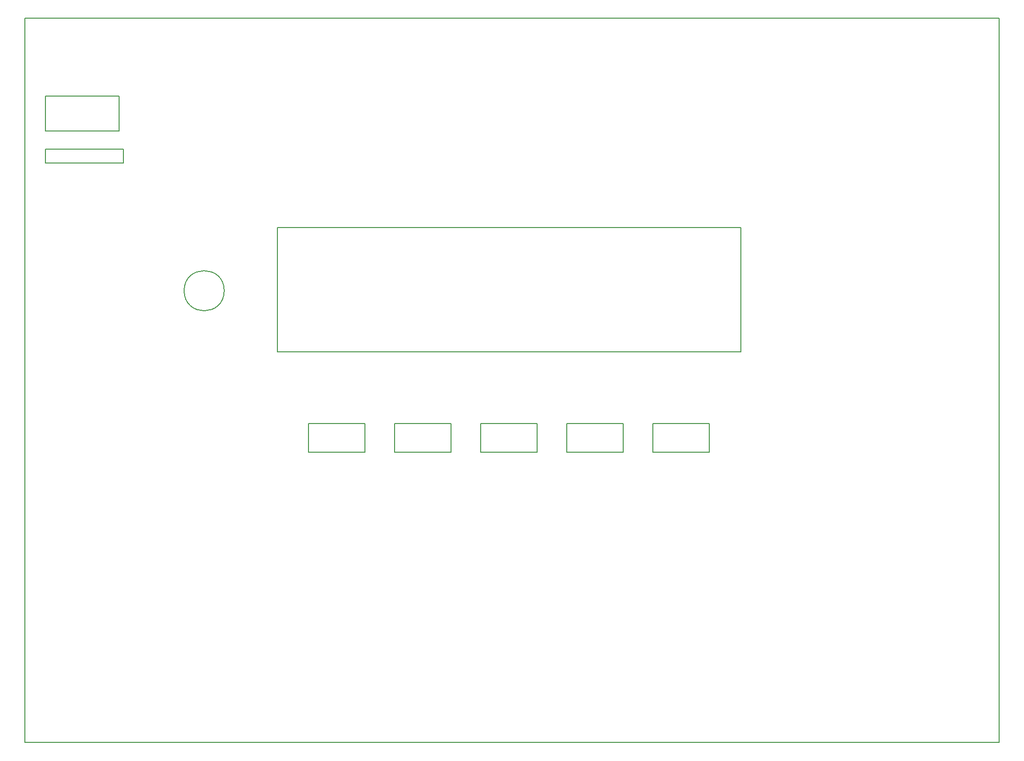
<source format=gm1>
G04 #@! TF.GenerationSoftware,KiCad,Pcbnew,(5.0.2)-1*
G04 #@! TF.CreationDate,2019-04-08T13:39:08+02:00*
G04 #@! TF.ProjectId,frontpanel,66726f6e-7470-4616-9e65-6c2e6b696361,rev?*
G04 #@! TF.SameCoordinates,Original*
G04 #@! TF.FileFunction,Profile,NP*
%FSLAX46Y46*%
G04 Gerber Fmt 4.6, Leading zero omitted, Abs format (unit mm)*
G04 Created by KiCad (PCBNEW (5.0.2)-1) date 04/08/19 13:39:08*
%MOMM*%
%LPD*%
G01*
G04 APERTURE LIST*
%ADD10C,0.150000*%
G04 #@! TA.AperFunction,NonConductor*
%ADD11C,0.150000*%
G04 #@! TD*
G04 APERTURE END LIST*
D10*
X248700000Y-27305000D02*
X76200000Y-27305000D01*
X248700000Y-155575000D02*
X248700000Y-27305000D01*
X76200000Y-155575000D02*
X248700000Y-155575000D01*
X76200000Y-27305000D02*
X76200000Y-155575000D01*
D11*
G04 #@! TO.C,ENC101*
X111500000Y-75565000D02*
G75*
G03X111500000Y-75565000I-3550000J0D01*
G01*
G04 #@! TO.C,JP102*
X120925000Y-64380000D02*
X120925000Y-86380000D01*
X120925000Y-86380000D02*
X202925000Y-86380000D01*
X202925000Y-64380000D02*
X202925000Y-86380000D01*
X120925000Y-64380000D02*
X202925000Y-64380000D01*
G04 #@! TO.C,SW301*
X126445000Y-99050000D02*
X136445000Y-99050000D01*
X126445000Y-104150000D02*
X126445000Y-99050000D01*
X136445000Y-104150000D02*
X126445000Y-104150000D01*
X136445000Y-99050000D02*
X136445000Y-104150000D01*
G04 #@! TO.C,SW302*
X141685000Y-99050000D02*
X151685000Y-99050000D01*
X141685000Y-104150000D02*
X141685000Y-99050000D01*
X151685000Y-104150000D02*
X141685000Y-104150000D01*
X151685000Y-99050000D02*
X151685000Y-104150000D01*
G04 #@! TO.C,SW303*
X156925000Y-99050000D02*
X166925000Y-99050000D01*
X156925000Y-104150000D02*
X156925000Y-99050000D01*
X166925000Y-104150000D02*
X156925000Y-104150000D01*
X166925000Y-99050000D02*
X166925000Y-104150000D01*
G04 #@! TO.C,SW304*
X172165000Y-99050000D02*
X182165000Y-99050000D01*
X172165000Y-104150000D02*
X172165000Y-99050000D01*
X182165000Y-104150000D02*
X172165000Y-104150000D01*
X182165000Y-99050000D02*
X182165000Y-104150000D01*
G04 #@! TO.C,SW305*
X187405000Y-99050000D02*
X197405000Y-99050000D01*
X187405000Y-104150000D02*
X187405000Y-99050000D01*
X197405000Y-104150000D02*
X187405000Y-104150000D01*
X197405000Y-99050000D02*
X197405000Y-104150000D01*
G04 #@! TO.C,JP103*
X93660000Y-52920000D02*
X93660000Y-50520000D01*
X93660000Y-50520000D02*
X79860000Y-50520000D01*
X93660000Y-52920000D02*
X79860000Y-52920000D01*
X79860000Y-52920000D02*
X79860000Y-50520000D01*
G04 #@! TO.C,JP101*
X92910000Y-41060000D02*
X92910000Y-47280000D01*
X79810000Y-41060000D02*
X79810000Y-47280000D01*
X79810000Y-47280000D02*
X92910000Y-47280000D01*
X79810000Y-41060000D02*
X92910000Y-41060000D01*
G04 #@! TD*
M02*

</source>
